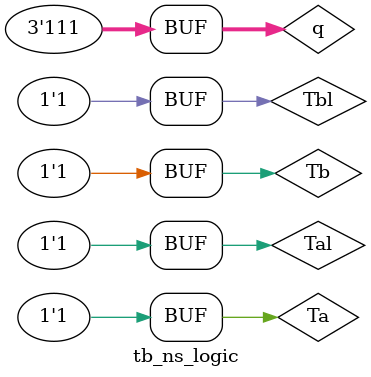
<source format=v>
`timescale 1ns/100ps

module tb_ns_logic;

	reg Ta, Tal, Tb, Tbl; // regs
	reg [2:0] q;				// 3bit reg
	wire [2:0] d;			// 3bit wire 

	// Instance next state  logic
	ns_logic test_ns_logic(.Ta(Ta), .Tb(Tb), .Tal(Tal), .Tbl(Tbl), .d(d), .q(q));
	
	initial begin
		#0; q = 3'b000; Ta = 0; Tal =0; Tb = 0; Tbl = 0; 
		#5; q = 3'b000; Ta = 1; Tal =0; Tb = 0; Tbl = 0;
		
		#5; q = 3'b001; Ta = 0; Tal =0; Tb = 0; Tbl = 0;
		
		#5; q = 3'b010; Ta = 0; Tal =0; Tb = 1; Tbl = 1;
		#5; q = 3'b010; Ta = 0; Tal =1; Tb = 1; Tbl = 1;	
	
		#5; q = 3'b011; Ta = 1; Tal =1; Tb = 1; Tbl = 1;
		
		#5; q = 3'b100; Ta = 0; Tal =0; Tb = 0; Tbl = 1;
		#5; q = 3'b100; Ta = 1; Tal =1; Tb = 1; Tbl = 0;			
	
		#5; q = 3'b101; Ta = 1; Tal =1; Tb = 1; Tbl = 1;	
		
		#5; q = 3'b110; Ta = 1; Tal =1; Tb = 1; Tbl = 0;
		#5; q = 3'b110; Ta = 1; Tal =1; Tb = 1; Tbl = 1;

		#5; q = 3'b111; Ta = 1; Tal =1; Tb = 1; Tbl = 1;

		#5;		
	
	end	

endmodule


</source>
